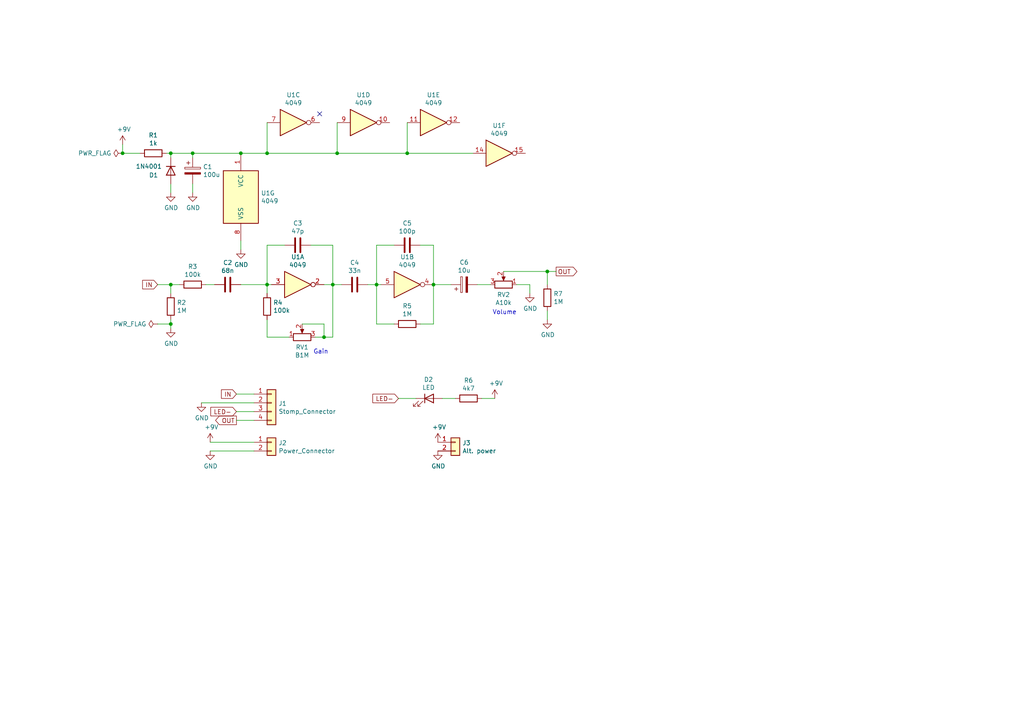
<source format=kicad_sch>
(kicad_sch (version 20211123) (generator eeschema)
  (paper "A4")
  (lib_symbols
    (symbol "4xxx:4049" (pin_names (offset 1.016))
      (property "Reference" "U" (at 0 1.27 0))
      (property "Value" "4049" (at 0 -1.27 0))
      (symbol "4049_1_0"
        (polyline (pts (xy -3.81 3.81) (xy -3.81 -3.81) (xy 3.81 0) (xy -3.81 3.81)) (stroke (width 0.254)) (fill (type background)))
        (pin output inverted (at 7.62 0 180) (length 3.81) (name "~") (number "2"))
        (pin input line (at -7.62 0 0) (length 3.81) (name "~") (number "3"))
      )
      (symbol "4049_2_0"
        (polyline (pts (xy -3.81 3.81) (xy -3.81 -3.81) (xy 3.81 0) (xy -3.81 3.81)) (stroke (width 0.254)) (fill (type background)))
        (pin output inverted (at 7.62 0 180) (length 3.81) (name "~") (number "4"))
        (pin input line (at -7.62 0 0) (length 3.81) (name "~") (number "5"))
      )
      (symbol "4049_3_0"
        (polyline (pts (xy -3.81 3.81) (xy -3.81 -3.81) (xy 3.81 0) (xy -3.81 3.81)) (stroke (width 0.254)) (fill (type background)))
        (pin output inverted (at 7.62 0 180) (length 3.81) (name "~") (number "6"))
        (pin input line (at -7.62 0 0) (length 3.81) (name "~") (number "7"))
      )
      (symbol "4049_4_0"
        (polyline (pts (xy -3.81 3.81) (xy -3.81 -3.81) (xy 3.81 0) (xy -3.81 3.81)) (stroke (width 0.254)) (fill (type background)))
        (pin output inverted (at 7.62 0 180) (length 3.81) (name "~") (number "10"))
        (pin input line (at -7.62 0 0) (length 3.81) (name "~") (number "9"))
      )
      (symbol "4049_5_0"
        (polyline (pts (xy -3.81 3.81) (xy -3.81 -3.81) (xy 3.81 0) (xy -3.81 3.81)) (stroke (width 0.254)) (fill (type background)))
        (pin input line (at -7.62 0 0) (length 3.81) (name "~") (number "11"))
        (pin output inverted (at 7.62 0 180) (length 3.81) (name "~") (number "12"))
      )
      (symbol "4049_6_0"
        (polyline (pts (xy -3.81 3.81) (xy -3.81 -3.81) (xy 3.81 0) (xy -3.81 3.81)) (stroke (width 0.254)) (fill (type background)))
        (pin input line (at -7.62 0 0) (length 3.81) (name "~") (number "14"))
        (pin output inverted (at 7.62 0 180) (length 3.81) (name "~") (number "15"))
      )
      (symbol "4049_7_0"
        (pin power_in line (at 0 12.7 270) (length 5.08) (name "VCC") (number "1"))
        (pin power_in line (at 0 -12.7 90) (length 5.08) (name "VSS") (number "8"))
      )
      (symbol "4049_7_1"
        (rectangle (start -5.08 7.62) (end 5.08 -7.62) (stroke (width 0.254)) (fill (type background)))
      )
    )
    (symbol "Device:C" (pin_numbers hide) (pin_names (offset 0.254))
      (property "Reference" "C" (at 0.635 2.54 0))
      (property "Value" "C" (at 0.635 -2.54 0))
      (symbol "C_0_1"
        (polyline (pts (xy -2.032 -0.762) (xy 2.032 -0.762)) (stroke (width 0.508)))
        (polyline (pts (xy -2.032 0.762) (xy 2.032 0.762)) (stroke (width 0.508)))
      )
      (symbol "C_1_1"
        (pin passive line (at 0 3.81 270) (length 2.794) (name "~") (number "1"))
        (pin passive line (at 0 -3.81 90) (length 2.794) (name "~") (number "2"))
      )
    )
    (symbol "Device:CP" (pin_numbers hide) (pin_names (offset 0.254))
      (property "Reference" "C" (at 0.635 2.54 0))
      (property "Value" "Device_CP" (at 0.635 -2.54 0))
      (symbol "CP_0_1"
        (rectangle (start -2.286 0.508) (end 2.286 1.016))
        (polyline (pts (xy -1.778 2.286) (xy -0.762 2.286)))
        (polyline (pts (xy -1.27 2.794) (xy -1.27 1.778)))
        (rectangle (start 2.286 -0.508) (end -2.286 -1.016) (fill (type outline)))
      )
      (symbol "CP_1_1"
        (pin passive line (at 0 3.81 270) (length 2.794) (name "~") (number "1"))
        (pin passive line (at 0 -3.81 90) (length 2.794) (name "~") (number "2"))
      )
    )
    (symbol "Device:D" (pin_numbers hide) (pin_names (offset 1.016) hide)
      (property "Reference" "D" (at 0 2.54 0))
      (property "Value" "D" (at 0 -2.54 0))
      (symbol "D_0_1"
        (polyline (pts (xy -1.27 1.27) (xy -1.27 -1.27)) (stroke (width 0.254)))
        (polyline (pts (xy 1.27 0) (xy -1.27 0)))
        (polyline (pts (xy 1.27 1.27) (xy 1.27 -1.27) (xy -1.27 0) (xy 1.27 1.27)) (stroke (width 0.254)))
      )
      (symbol "D_1_1"
        (pin passive line (at -3.81 0 0) (length 2.54) (name "K") (number "1"))
        (pin passive line (at 3.81 0 180) (length 2.54) (name "A") (number "2"))
      )
    )
    (symbol "Device:LED" (pin_numbers hide) (pin_names (offset 1.016) hide)
      (property "Reference" "D" (at 0 2.54 0))
      (property "Value" "LED" (at 0 -2.54 0))
      (symbol "LED_0_1"
        (polyline (pts (xy -1.27 -1.27) (xy -1.27 1.27)) (stroke (width 0.254)))
        (polyline (pts (xy -1.27 0) (xy 1.27 0)))
        (polyline (pts (xy 1.27 -1.27) (xy 1.27 1.27) (xy -1.27 0) (xy 1.27 -1.27)) (stroke (width 0.254)))
        (polyline (pts (xy -3.048 -0.762) (xy -4.572 -2.286) (xy -3.81 -2.286) (xy -4.572 -2.286) (xy -4.572 -1.524)))
        (polyline (pts (xy -1.778 -0.762) (xy -3.302 -2.286) (xy -2.54 -2.286) (xy -3.302 -2.286) (xy -3.302 -1.524)))
      )
      (symbol "LED_1_1"
        (pin passive line (at -3.81 0 0) (length 2.54) (name "K") (number "1"))
        (pin passive line (at 3.81 0 180) (length 2.54) (name "A") (number "2"))
      )
    )
    (symbol "Device:R" (pin_numbers hide) (pin_names (offset 0))
      (property "Reference" "R" (at 2.032 0 90))
      (property "Value" "R" (at 0 0 90))
      (symbol "R_0_1"
        (rectangle (start -1.016 -2.54) (end 1.016 2.54) (stroke (width 0.254)))
      )
      (symbol "R_1_1"
        (pin passive line (at 0 3.81 270) (length 1.27) (name "~") (number "1"))
        (pin passive line (at 0 -3.81 90) (length 1.27) (name "~") (number "2"))
      )
    )
    (symbol "Device:R_POT" (pin_names (offset 1.016) hide)
      (property "Reference" "RV" (at -4.445 0 90))
      (property "Value" "Device_R_POT" (at -2.54 0 90))
      (symbol "R_POT_0_1"
        (polyline (pts (xy 2.54 0) (xy 1.524 0)))
        (polyline (pts (xy 1.143 0) (xy 2.286 0.508) (xy 2.286 -0.508) (xy 1.143 0)) (fill (type outline)))
        (rectangle (start 1.016 2.54) (end -1.016 -2.54) (stroke (width 0.254)))
      )
      (symbol "R_POT_1_1"
        (pin passive line (at 0 3.81 270) (length 1.27) (name "1") (number "1"))
        (pin passive line (at 3.81 0 180) (length 1.27) (name "2") (number "2"))
        (pin passive line (at 0 -3.81 90) (length 1.27) (name "3") (number "3"))
      )
    )
    (symbol "power:+9V" (power) (pin_names (offset 0))
      (property "Value" "+9V" (at 0 3.556 0))
      (symbol "+9V_0_1"
        (polyline (pts (xy -0.762 1.27) (xy 0 2.54)))
        (polyline (pts (xy 0 0) (xy 0 2.54)))
        (polyline (pts (xy 0 2.54) (xy 0.762 1.27)))
      )
      (symbol "+9V_1_1"
        (pin power_in line (at 0 0 90) (length 0) hide (name "+9V") (number "1"))
      )
    )
    (symbol "power:GND" (power) (pin_names (offset 0))
      (property "Value" "GND" (at 0 -3.81 0))
      (symbol "GND_0_1"
        (polyline (pts (xy 0 0) (xy 0 -1.27) (xy 1.27 -1.27) (xy 0 -2.54) (xy -1.27 -1.27) (xy 0 -1.27)))
      )
      (symbol "GND_1_1"
        (pin power_in line (at 0 0 270) (length 0) hide (name "GND") (number "1"))
      )
    )
    (symbol "power:PWR_FLAG" (power) (pin_numbers hide) (pin_names (offset 0) hide)
      (property "Value" "PWR_FLAG" (at 0 3.81 0))
      (symbol "PWR_FLAG_0_0"
        (pin power_out line (at 0 0 90) (length 0) (name "pwr") (number "1"))
      )
      (symbol "PWR_FLAG_0_1"
        (polyline (pts (xy 0 0) (xy 0 1.27) (xy -1.016 1.905) (xy 0 2.54) (xy 1.016 1.905) (xy 0 1.27)))
      )
    )
    (symbol "rockola_kicad_symbols:Power_Connector" (pin_names (offset 1.016) hide)
      (property "Reference" "J" (at 0 2.54 0))
      (property "Value" "rockola_kicad_symbols_Power_Connector" (at 0 -5.08 0))
      (symbol "Power_Connector_1_1"
        (rectangle (start -1.27 -2.413) (end 0 -2.667) (stroke (width 0.1524)))
        (rectangle (start -1.27 0.127) (end 0 -0.127) (stroke (width 0.1524)))
        (rectangle (start -1.27 1.27) (end 1.27 -3.81) (stroke (width 0.254)) (fill (type background)))
        (pin passive line (at -5.08 0 0) (length 3.81) (name "PWR") (number "1"))
        (pin passive line (at -5.08 -2.54 0) (length 3.81) (name "GND") (number "2"))
      )
    )
    (symbol "rockola_kicad_symbols:Stomp_Connector" (pin_names (offset 1.016) hide)
      (property "Reference" "J" (at 0 5.08 0))
      (property "Value" "rockola_kicad_symbols_Stomp_Connector" (at 0 -7.62 0))
      (symbol "Stomp_Connector_1_1"
        (rectangle (start -1.27 -4.953) (end 0 -5.207) (stroke (width 0.1524)))
        (rectangle (start -1.27 -2.413) (end 0 -2.667) (stroke (width 0.1524)))
        (rectangle (start -1.27 0.127) (end 0 -0.127) (stroke (width 0.1524)))
        (rectangle (start -1.27 2.667) (end 0 2.413) (stroke (width 0.1524)))
        (rectangle (start -1.27 3.81) (end 1.27 -6.35) (stroke (width 0.254)) (fill (type background)))
        (pin passive line (at -5.08 2.54 0) (length 3.81) (name "IN") (number "1"))
        (pin passive line (at -5.08 0 0) (length 3.81) (name "GND") (number "2"))
        (pin passive line (at -5.08 -2.54 0) (length 3.81) (name "SW") (number "3"))
        (pin passive line (at -5.08 -5.08 0) (length 3.81) (name "OUT") (number "4"))
      )
    )
  )
  (junction (at 55.88 44.45))
  (junction (at 93.98 97.79))
  (junction (at 97.79 44.45))
  (junction (at 77.47 82.55))
  (junction (at 109.22 82.55))
  (junction (at 35.56 44.45))
  (junction (at 96.52 82.55))
  (junction (at 125.73 82.55))
  (junction (at 69.85 44.45))
  (junction (at 77.47 44.45))
  (junction (at 49.53 93.98))
  (junction (at 158.75 78.74))
  (junction (at 49.53 44.45))
  (junction (at 49.53 82.55))
  (junction (at 118.11 44.45))
  (no_connect (at 92.71 33.02))
  (wire (pts (xy 158.75 78.74) (xy 158.75 82.55)))
  (wire (pts (xy 77.47 44.45) (xy 97.79 44.45)))
  (wire (pts (xy 128.27 115.57) (xy 132.08 115.57)))
  (wire (pts (xy 45.72 82.55) (xy 49.53 82.55)))
  (wire (pts (xy 158.75 78.74) (xy 161.29 78.74)))
  (wire (pts (xy 96.52 97.79) (xy 96.52 82.55)))
  (wire (pts (xy 49.53 82.55) (xy 52.07 82.55)))
  (wire (pts (xy 109.22 71.12) (xy 114.3 71.12)))
  (wire (pts (xy 97.79 44.45) (xy 118.11 44.45)))
  (wire (pts (xy 35.56 41.91) (xy 35.56 44.45)))
  (wire (pts (xy 96.52 71.12) (xy 96.52 82.55)))
  (wire (pts (xy 60.96 130.81) (xy 73.66 130.81)))
  (wire (pts (xy 91.44 97.79) (xy 93.98 97.79)))
  (wire (pts (xy 49.53 44.45) (xy 49.53 45.72)))
  (wire (pts (xy 77.47 92.71) (xy 77.47 97.79)))
  (wire (pts (xy 138.43 82.55) (xy 142.24 82.55)))
  (wire (pts (xy 87.63 93.98) (xy 93.98 93.98)))
  (wire (pts (xy 109.22 82.55) (xy 109.22 71.12)))
  (wire (pts (xy 109.22 93.98) (xy 109.22 82.55)))
  (wire (pts (xy 77.47 71.12) (xy 77.47 82.55)))
  (wire (pts (xy 60.96 128.27) (xy 73.66 128.27)))
  (wire (pts (xy 121.92 71.12) (xy 125.73 71.12)))
  (wire (pts (xy 55.88 53.34) (xy 55.88 55.88)))
  (wire (pts (xy 93.98 93.98) (xy 93.98 97.79)))
  (wire (pts (xy 125.73 82.55) (xy 125.73 93.98)))
  (wire (pts (xy 68.58 121.92) (xy 73.66 121.92)))
  (wire (pts (xy 125.73 71.12) (xy 125.73 82.55)))
  (wire (pts (xy 49.53 93.98) (xy 49.53 95.25)))
  (wire (pts (xy 153.67 85.09) (xy 153.67 82.55)))
  (wire (pts (xy 125.73 93.98) (xy 121.92 93.98)))
  (wire (pts (xy 77.47 35.56) (xy 77.47 44.45)))
  (wire (pts (xy 69.85 82.55) (xy 77.47 82.55)))
  (wire (pts (xy 93.98 97.79) (xy 96.52 97.79)))
  (wire (pts (xy 77.47 97.79) (xy 83.82 97.79)))
  (wire (pts (xy 49.53 92.71) (xy 49.53 93.98)))
  (wire (pts (xy 153.67 82.55) (xy 149.86 82.55)))
  (wire (pts (xy 106.68 82.55) (xy 109.22 82.55)))
  (wire (pts (xy 49.53 82.55) (xy 49.53 85.09)))
  (wire (pts (xy 55.88 44.45) (xy 49.53 44.45)))
  (wire (pts (xy 49.53 53.34) (xy 49.53 55.88)))
  (wire (pts (xy 35.56 44.45) (xy 40.64 44.45)))
  (wire (pts (xy 114.3 93.98) (xy 109.22 93.98)))
  (wire (pts (xy 115.57 115.57) (xy 120.65 115.57)))
  (wire (pts (xy 45.72 93.98) (xy 49.53 93.98)))
  (wire (pts (xy 49.53 44.45) (xy 48.26 44.45)))
  (wire (pts (xy 109.22 82.55) (xy 110.49 82.55)))
  (wire (pts (xy 59.69 82.55) (xy 62.23 82.55)))
  (wire (pts (xy 125.73 82.55) (xy 130.81 82.55)))
  (wire (pts (xy 68.58 114.3) (xy 73.66 114.3)))
  (wire (pts (xy 77.47 82.55) (xy 78.74 82.55)))
  (wire (pts (xy 118.11 35.56) (xy 118.11 44.45)))
  (wire (pts (xy 55.88 44.45) (xy 69.85 44.45)))
  (wire (pts (xy 96.52 82.55) (xy 99.06 82.55)))
  (wire (pts (xy 158.75 90.17) (xy 158.75 92.71)))
  (wire (pts (xy 97.79 35.56) (xy 97.79 44.45)))
  (wire (pts (xy 58.42 116.84) (xy 73.66 116.84)))
  (wire (pts (xy 69.85 69.85) (xy 69.85 72.39)))
  (wire (pts (xy 82.55 71.12) (xy 77.47 71.12)))
  (wire (pts (xy 69.85 44.45) (xy 77.47 44.45)))
  (wire (pts (xy 55.88 45.72) (xy 55.88 44.45)))
  (wire (pts (xy 93.98 82.55) (xy 96.52 82.55)))
  (wire (pts (xy 90.17 71.12) (xy 96.52 71.12)))
  (wire (pts (xy 118.11 44.45) (xy 137.16 44.45)))
  (wire (pts (xy 68.58 119.38) (xy 73.66 119.38)))
  (wire (pts (xy 77.47 82.55) (xy 77.47 85.09)))
  (wire (pts (xy 139.7 115.57) (xy 143.51 115.57)))
  (wire (pts (xy 146.05 78.74) (xy 158.75 78.74)))
  (text "Volume\n" (at 149.86 91.44 180) (effects (font (size 1.27 1.27)) (justify right bottom)))
  (text "Gain" (at 95.25 102.87 180) (effects (font (size 1.27 1.27)) (justify right bottom)))
  (global_label "OUT" (shape output) (at 68.58 121.92 180) (property "Intersheet References" "${INTERSHEET_REFS}" (effects hide)))
  (global_label "IN" (shape input) (at 45.72 82.55 180) (property "Intersheet References" "${INTERSHEET_REFS}" (effects hide)))
  (global_label "LED-" (shape input) (at 115.57 115.57 180) (property "Intersheet References" "${INTERSHEET_REFS}" (effects hide)))
  (global_label "LED-" (shape input) (at 68.58 119.38 180) (property "Intersheet References" "${INTERSHEET_REFS}" (effects hide)))
  (global_label "OUT" (shape output) (at 161.29 78.74 0) (property "Intersheet References" "${INTERSHEET_REFS}" (effects hide)))
  (global_label "IN" (shape input) (at 68.58 114.3 180) (property "Intersheet References" "${INTERSHEET_REFS}" (effects hide)))
  (symbol (lib_id "power:+9V") (at 35.56 41.91 0) (unit 1)
    (property "Reference" "#PWR01" (effects hide))
    (property "Value" "+9V" (at 35.941 37.5158 0))
  )
  (symbol (lib_id "Device:R") (at 44.45 44.45 90) (unit 1)
    (property "Reference" "R1" (at 44.45 39.2176 90))
    (property "Value" "1k" (at 44.45 41.529 90))
    (property "Footprint" "Resistor_THT:R_Axial_DIN0207_L6.3mm_D2.5mm_P7.62mm_Horizontal" (effects hide))
  )
  (symbol (lib_id "power:PWR_FLAG") (at 35.56 44.45 90) (unit 1)
    (property "Reference" "#FLG01" (effects hide))
    (property "Value" "PWR_FLAG" (at 32.3088 44.45 90) (effects (justify left)))
  )
  (symbol (lib_id "Device:D") (at 49.53 49.53 90) (mirror x) (unit 1)
    (property "Reference" "D1" (at 43.18 50.8 90) (effects (justify right)))
    (property "Value" "1N4001" (at 39.37 48.26 90) (effects (justify right)))
    (property "Footprint" "Diode_THT:D_DO-41_SOD81_P7.62mm_Horizontal" (effects hide))
  )
  (symbol (lib_id "Device:CP") (at 55.88 49.53 0) (unit 1)
    (property "Reference" "C1" (at 58.8772 48.387 0) (effects (justify left)))
    (property "Value" "100u" (at 58.8772 50.673 0) (effects (justify left)))
    (property "Footprint" "Capacitor_THT:CP_Radial_D6.3mm_P2.50mm" (effects hide))
  )
  (symbol (lib_id "power:GND") (at 49.53 55.88 0) (unit 1)
    (property "Reference" "#PWR02" (effects hide))
    (property "Value" "GND" (at 49.657 60.2742 0))
  )
  (symbol (lib_id "power:GND") (at 55.88 55.88 0) (unit 1)
    (property "Reference" "#PWR04" (effects hide))
    (property "Value" "GND" (at 56.007 60.2742 0))
  )
  (symbol (lib_id "4xxx:4049") (at 85.09 35.56 0) (unit 3)
    (property "Reference" "U1" (at 85.09 27.5336 0))
    (property "Value" "4049" (at 85.09 29.845 0))
    (property "Footprint" "Package_SO:SOIC-16_3.9x9.9mm_P1.27mm" (effects hide))
    (property "Datasheet" "http://www.intersil.com/content/dam/intersil/documents/cd40/cd4049ubms.pdf" (effects hide))
  )
  (symbol (lib_id "4xxx:4049") (at 105.41 35.56 0) (unit 4)
    (property "Reference" "U1" (at 105.41 27.5336 0))
    (property "Value" "4049" (at 105.41 29.845 0))
    (property "Footprint" "Package_SO:SOIC-16_3.9x9.9mm_P1.27mm" (effects hide))
    (property "Datasheet" "http://www.intersil.com/content/dam/intersil/documents/cd40/cd4049ubms.pdf" (effects hide))
  )
  (symbol (lib_id "4xxx:4049") (at 125.73 35.56 0) (unit 5)
    (property "Reference" "U1" (at 125.73 27.5336 0))
    (property "Value" "4049" (at 125.73 29.845 0))
    (property "Footprint" "Package_SO:SOIC-16_3.9x9.9mm_P1.27mm" (effects hide))
    (property "Datasheet" "http://www.intersil.com/content/dam/intersil/documents/cd40/cd4049ubms.pdf" (effects hide))
  )
  (symbol (lib_id "4xxx:4049") (at 144.78 44.45 0) (unit 6)
    (property "Reference" "U1" (at 144.78 36.4236 0))
    (property "Value" "4049" (at 144.78 38.735 0))
    (property "Footprint" "Package_SO:SOIC-16_3.9x9.9mm_P1.27mm" (effects hide))
    (property "Datasheet" "http://www.intersil.com/content/dam/intersil/documents/cd40/cd4049ubms.pdf" (effects hide))
  )
  (symbol (lib_id "4xxx:4049") (at 86.36 82.55 0) (unit 1)
    (property "Reference" "U1" (at 86.36 74.5236 0))
    (property "Value" "4049" (at 86.36 76.835 0))
    (property "Footprint" "Package_SO:SOIC-16_3.9x9.9mm_P1.27mm" (effects hide))
    (property "Datasheet" "http://www.intersil.com/content/dam/intersil/documents/cd40/cd4049ubms.pdf" (effects hide))
  )
  (symbol (lib_id "4xxx:4049") (at 118.11 82.55 0) (unit 2)
    (property "Reference" "U1" (at 118.11 74.5236 0))
    (property "Value" "4049" (at 118.11 76.835 0))
    (property "Footprint" "Package_SO:SOIC-16_3.9x9.9mm_P1.27mm" (effects hide))
    (property "Datasheet" "http://www.intersil.com/content/dam/intersil/documents/cd40/cd4049ubms.pdf" (effects hide))
  )
  (symbol (lib_id "4xxx:4049") (at 69.85 57.15 0) (unit 7)
    (property "Reference" "U1" (at 75.692 56.007 0) (effects (justify left)))
    (property "Value" "4049" (at 75.692 58.293 0) (effects (justify left)))
    (property "Footprint" "Package_SO:SOIC-16_3.9x9.9mm_P1.27mm" (effects hide))
    (property "Datasheet" "http://www.intersil.com/content/dam/intersil/documents/cd40/cd4049ubms.pdf" (effects hide))
  )
  (symbol (lib_id "power:GND") (at 69.85 72.39 0) (unit 1)
    (property "Reference" "#PWR08" (effects hide))
    (property "Value" "GND" (at 69.977 76.7842 0))
  )
  (symbol (lib_id "Device:C") (at 66.04 82.55 90) (unit 1)
    (property "Reference" "C2" (at 66.04 76.1746 90))
    (property "Value" "68n" (at 66.04 78.486 90))
    (property "Footprint" "Capacitor_THT:C_Rect_L7.0mm_W2.5mm_P5.00mm" (effects hide))
  )
  (symbol (lib_id "Device:R") (at 49.53 88.9 0) (unit 1)
    (property "Reference" "R2" (at 51.308 87.757 0) (effects (justify left)))
    (property "Value" "1M" (at 51.308 90.043 0) (effects (justify left)))
    (property "Footprint" "Resistor_THT:R_Axial_DIN0207_L6.3mm_D2.5mm_P7.62mm_Horizontal" (effects hide))
  )
  (symbol (lib_id "Device:R") (at 55.88 82.55 90) (unit 1)
    (property "Reference" "R3" (at 55.88 77.3176 90))
    (property "Value" "100k" (at 55.88 79.629 90))
    (property "Footprint" "Resistor_THT:R_Axial_DIN0207_L6.3mm_D2.5mm_P7.62mm_Horizontal" (effects hide))
  )
  (symbol (lib_id "power:GND") (at 49.53 95.25 0) (unit 1)
    (property "Reference" "#PWR03" (effects hide))
    (property "Value" "GND" (at 49.657 99.6442 0))
  )
  (symbol (lib_id "Device:C") (at 86.36 71.12 90) (unit 1)
    (property "Reference" "C3" (at 86.36 64.7446 90))
    (property "Value" "47p" (at 86.36 67.056 90))
    (property "Footprint" "Capacitor_THT:C_Disc_D5.0mm_W2.5mm_P5.00mm" (effects hide))
  )
  (symbol (lib_id "Device:C") (at 102.87 82.55 90) (unit 1)
    (property "Reference" "C4" (at 102.87 76.1746 90))
    (property "Value" "33n" (at 102.87 78.486 90))
    (property "Footprint" "Capacitor_THT:C_Rect_L7.0mm_W2.5mm_P5.00mm" (effects hide))
  )
  (symbol (lib_id "Device:C") (at 118.11 71.12 90) (unit 1)
    (property "Reference" "C5" (at 118.11 64.7446 90))
    (property "Value" "100p" (at 118.11 67.056 90))
    (property "Footprint" "Capacitor_THT:C_Disc_D5.0mm_W2.5mm_P5.00mm" (effects hide))
  )
  (symbol (lib_id "Device:R") (at 77.47 88.9 0) (unit 1)
    (property "Reference" "R4" (at 79.248 87.757 0) (effects (justify left)))
    (property "Value" "100k" (at 79.248 90.043 0) (effects (justify left)))
    (property "Footprint" "Resistor_THT:R_Axial_DIN0207_L6.3mm_D2.5mm_P7.62mm_Horizontal" (effects hide))
  )
  (symbol (lib_id "Device:R_POT") (at 87.63 97.79 90) (unit 1)
    (property "Reference" "RV1" (at 87.63 100.711 90))
    (property "Value" "B1M" (at 87.63 103.0224 90))
    (property "Footprint" "potentiometers:9MM_METAL_SHAFT" (effects hide))
  )
  (symbol (lib_id "Device:R") (at 118.11 93.98 90) (unit 1)
    (property "Reference" "R5" (at 118.11 88.7476 90))
    (property "Value" "1M" (at 118.11 91.059 90))
    (property "Footprint" "Resistor_THT:R_Axial_DIN0207_L6.3mm_D2.5mm_P7.62mm_Horizontal" (effects hide))
  )
  (symbol (lib_id "Device:CP") (at 134.62 82.55 90) (unit 1)
    (property "Reference" "C6" (at 134.62 76.0984 90))
    (property "Value" "10u" (at 134.62 78.4098 90))
    (property "Footprint" "Capacitor_THT:CP_Radial_D6.3mm_P2.50mm" (effects hide))
  )
  (symbol (lib_id "Device:R_POT") (at 146.05 82.55 270) (mirror x) (unit 1)
    (property "Reference" "RV2" (at 146.05 85.471 90))
    (property "Value" "A10k" (at 146.05 87.7824 90))
    (property "Footprint" "potentiometers:9MM_METAL_SHAFT" (effects hide))
  )
  (symbol (lib_id "power:GND") (at 153.67 85.09 0) (unit 1)
    (property "Reference" "#PWR010" (effects hide))
    (property "Value" "GND" (at 153.797 89.4842 0))
  )
  (symbol (lib_id "power:PWR_FLAG") (at 45.72 93.98 90) (unit 1)
    (property "Reference" "#FLG02" (effects hide))
    (property "Value" "PWR_FLAG" (at 42.4688 93.98 90) (effects (justify left)))
  )
  (symbol (lib_id "Device:R") (at 158.75 86.36 0) (unit 1)
    (property "Reference" "R7" (at 160.528 85.217 0) (effects (justify left)))
    (property "Value" "1M" (at 160.528 87.503 0) (effects (justify left)))
    (property "Footprint" "Resistor_THT:R_Axial_DIN0207_L6.3mm_D2.5mm_P7.62mm_Horizontal" (effects hide))
  )
  (symbol (lib_id "power:GND") (at 158.75 92.71 0) (unit 1)
    (property "Reference" "#PWR011" (effects hide))
    (property "Value" "GND" (at 158.877 97.1042 0))
  )
  (symbol (lib_id "rockola_kicad_symbols:Stomp_Connector") (at 78.74 116.84 0) (unit 1)
    (property "Reference" "J1" (at 80.772 117.0432 0) (effects (justify left)))
    (property "Value" "Stomp_Connector" (at 80.772 119.3546 0) (effects (justify left)))
    (property "Footprint" "rockola_kicad_footprints:Stomp_4pin" (effects hide))
  )
  (symbol (lib_id "power:GND") (at 58.42 116.84 0) (unit 1)
    (property "Reference" "#PWR05" (effects hide))
    (property "Value" "GND" (at 58.547 121.2342 0))
  )
  (symbol (lib_id "Device:LED") (at 124.46 115.57 0) (unit 1)
    (property "Reference" "D2" (at 124.2822 110.0836 0))
    (property "Value" "LED" (at 124.2822 112.395 0))
    (property "Footprint" "LED_THT:LED_D5.0mm" (effects hide))
  )
  (symbol (lib_id "Device:R") (at 135.89 115.57 90) (unit 1)
    (property "Reference" "R6" (at 135.89 110.3376 90))
    (property "Value" "4k7" (at 135.89 112.649 90))
    (property "Footprint" "Resistor_THT:R_Axial_DIN0207_L6.3mm_D2.5mm_P7.62mm_Horizontal" (effects hide))
  )
  (symbol (lib_id "power:+9V") (at 143.51 115.57 0) (unit 1)
    (property "Reference" "#PWR09" (effects hide))
    (property "Value" "+9V" (at 143.891 111.1758 0))
  )
  (symbol (lib_id "rockola_kicad_symbols:Power_Connector") (at 78.74 128.27 0) (unit 1)
    (property "Reference" "J2" (at 80.772 128.4732 0) (effects (justify left)))
    (property "Value" "Power_Connector" (at 80.772 130.7846 0) (effects (justify left)))
    (property "Footprint" "rockola_kicad_footprints:Power_Header_2pin_TOP" (effects hide))
  )
  (symbol (lib_id "rockola_kicad_symbols:Power_Connector") (at 132.08 128.27 0) (unit 1)
    (property "Reference" "J3" (at 134.112 128.4732 0) (effects (justify left)))
    (property "Value" "Alt. power" (at 134.112 130.7846 0) (effects (justify left)))
    (property "Footprint" "rockola_kicad_footprints:Power_Header_2pin" (effects hide))
  )
  (symbol (lib_id "power:+9V") (at 60.96 128.27 0) (unit 1)
    (property "Reference" "#PWR06" (effects hide))
    (property "Value" "+9V" (at 61.341 123.8758 0))
  )
  (symbol (lib_id "power:GND") (at 60.96 130.81 0) (unit 1)
    (property "Reference" "#PWR07" (effects hide))
    (property "Value" "GND" (at 61.087 135.2042 0))
  )
  (symbol (lib_id "power:+9V") (at 127 128.27 0) (unit 1)
    (property "Reference" "#PWR012" (effects hide))
    (property "Value" "+9V" (at 127.381 123.8758 0))
  )
  (symbol (lib_id "power:GND") (at 127 130.81 0) (unit 1)
    (property "Reference" "#PWR013" (effects hide))
    (property "Value" "GND" (at 127.127 135.2042 0))
  )
)
</source>
